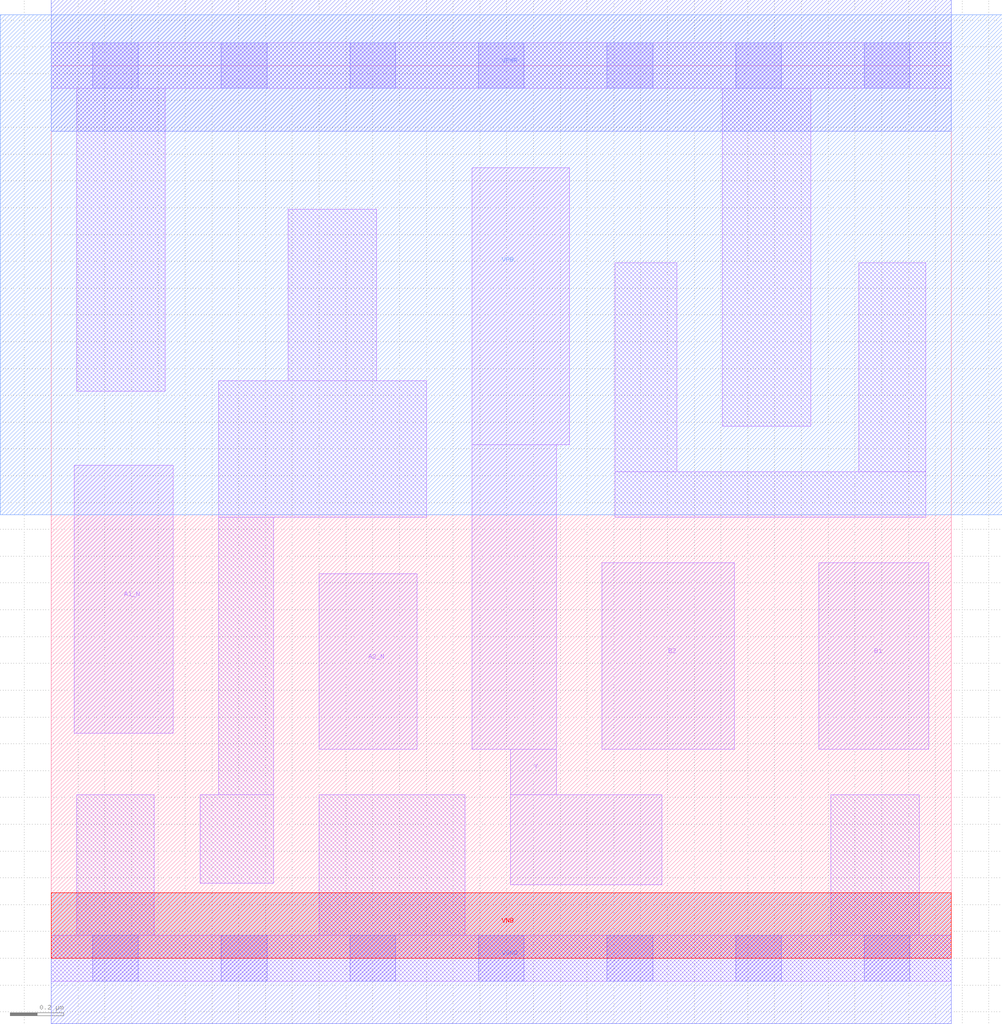
<source format=lef>
# Copyright 2020 The SkyWater PDK Authors
#
# Licensed under the Apache License, Version 2.0 (the "License");
# you may not use this file except in compliance with the License.
# You may obtain a copy of the License at
#
#     https://www.apache.org/licenses/LICENSE-2.0
#
# Unless required by applicable law or agreed to in writing, software
# distributed under the License is distributed on an "AS IS" BASIS,
# WITHOUT WARRANTIES OR CONDITIONS OF ANY KIND, either express or implied.
# See the License for the specific language governing permissions and
# limitations under the License.
#
# SPDX-License-Identifier: Apache-2.0

VERSION 5.7 ;
  NOWIREEXTENSIONATPIN ON ;
  DIVIDERCHAR "/" ;
  BUSBITCHARS "[]" ;
MACRO sky130_fd_sc_lp__a2bb2oi_0
  CLASS CORE ;
  FOREIGN sky130_fd_sc_lp__a2bb2oi_0 ;
  ORIGIN  0.000000  0.000000 ;
  SIZE  3.360000 BY  3.330000 ;
  SYMMETRY X Y R90 ;
  SITE unit ;
  PIN A1_N
    ANTENNAGATEAREA  0.159000 ;
    DIRECTION INPUT ;
    USE SIGNAL ;
    PORT
      LAYER li1 ;
        RECT 0.085000 0.840000 0.455000 1.840000 ;
    END
  END A1_N
  PIN A2_N
    ANTENNAGATEAREA  0.159000 ;
    DIRECTION INPUT ;
    USE SIGNAL ;
    PORT
      LAYER li1 ;
        RECT 1.000000 0.780000 1.365000 1.435000 ;
    END
  END A2_N
  PIN B1
    ANTENNAGATEAREA  0.159000 ;
    DIRECTION INPUT ;
    USE SIGNAL ;
    PORT
      LAYER li1 ;
        RECT 2.865000 0.780000 3.275000 1.475000 ;
    END
  END B1
  PIN B2
    ANTENNAGATEAREA  0.159000 ;
    DIRECTION INPUT ;
    USE SIGNAL ;
    PORT
      LAYER li1 ;
        RECT 2.055000 0.780000 2.550000 1.475000 ;
    END
  END B2
  PIN Y
    ANTENNADIFFAREA  0.287200 ;
    DIRECTION OUTPUT ;
    USE SIGNAL ;
    PORT
      LAYER li1 ;
        RECT 1.570000 0.780000 1.885000 1.915000 ;
        RECT 1.570000 1.915000 1.935000 2.950000 ;
        RECT 1.715000 0.275000 2.280000 0.610000 ;
        RECT 1.715000 0.610000 1.885000 0.780000 ;
    END
  END Y
  PIN VGND
    DIRECTION INOUT ;
    USE GROUND ;
    PORT
      LAYER met1 ;
        RECT 0.000000 -0.245000 3.360000 0.245000 ;
    END
  END VGND
  PIN VNB
    DIRECTION INOUT ;
    USE GROUND ;
    PORT
      LAYER pwell ;
        RECT 0.000000 0.000000 3.360000 0.245000 ;
    END
  END VNB
  PIN VPB
    DIRECTION INOUT ;
    USE POWER ;
    PORT
      LAYER nwell ;
        RECT -0.190000 1.655000 3.550000 3.520000 ;
    END
  END VPB
  PIN VPWR
    DIRECTION INOUT ;
    USE POWER ;
    PORT
      LAYER met1 ;
        RECT 0.000000 3.085000 3.360000 3.575000 ;
    END
  END VPWR
  OBS
    LAYER li1 ;
      RECT 0.000000 -0.085000 3.360000 0.085000 ;
      RECT 0.000000  3.245000 3.360000 3.415000 ;
      RECT 0.095000  0.085000 0.385000 0.610000 ;
      RECT 0.095000  2.115000 0.425000 3.245000 ;
      RECT 0.555000  0.280000 0.830000 0.610000 ;
      RECT 0.625000  0.610000 0.830000 1.645000 ;
      RECT 0.625000  1.645000 1.400000 2.155000 ;
      RECT 0.885000  2.155000 1.215000 2.795000 ;
      RECT 1.000000  0.085000 1.545000 0.610000 ;
      RECT 2.105000  1.645000 3.265000 1.815000 ;
      RECT 2.105000  1.815000 2.335000 2.595000 ;
      RECT 2.505000  1.985000 2.835000 3.245000 ;
      RECT 2.910000  0.085000 3.240000 0.610000 ;
      RECT 3.015000  1.815000 3.265000 2.595000 ;
    LAYER mcon ;
      RECT 0.155000 -0.085000 0.325000 0.085000 ;
      RECT 0.155000  3.245000 0.325000 3.415000 ;
      RECT 0.635000 -0.085000 0.805000 0.085000 ;
      RECT 0.635000  3.245000 0.805000 3.415000 ;
      RECT 1.115000 -0.085000 1.285000 0.085000 ;
      RECT 1.115000  3.245000 1.285000 3.415000 ;
      RECT 1.595000 -0.085000 1.765000 0.085000 ;
      RECT 1.595000  3.245000 1.765000 3.415000 ;
      RECT 2.075000 -0.085000 2.245000 0.085000 ;
      RECT 2.075000  3.245000 2.245000 3.415000 ;
      RECT 2.555000 -0.085000 2.725000 0.085000 ;
      RECT 2.555000  3.245000 2.725000 3.415000 ;
      RECT 3.035000 -0.085000 3.205000 0.085000 ;
      RECT 3.035000  3.245000 3.205000 3.415000 ;
  END
END sky130_fd_sc_lp__a2bb2oi_0
END LIBRARY

</source>
